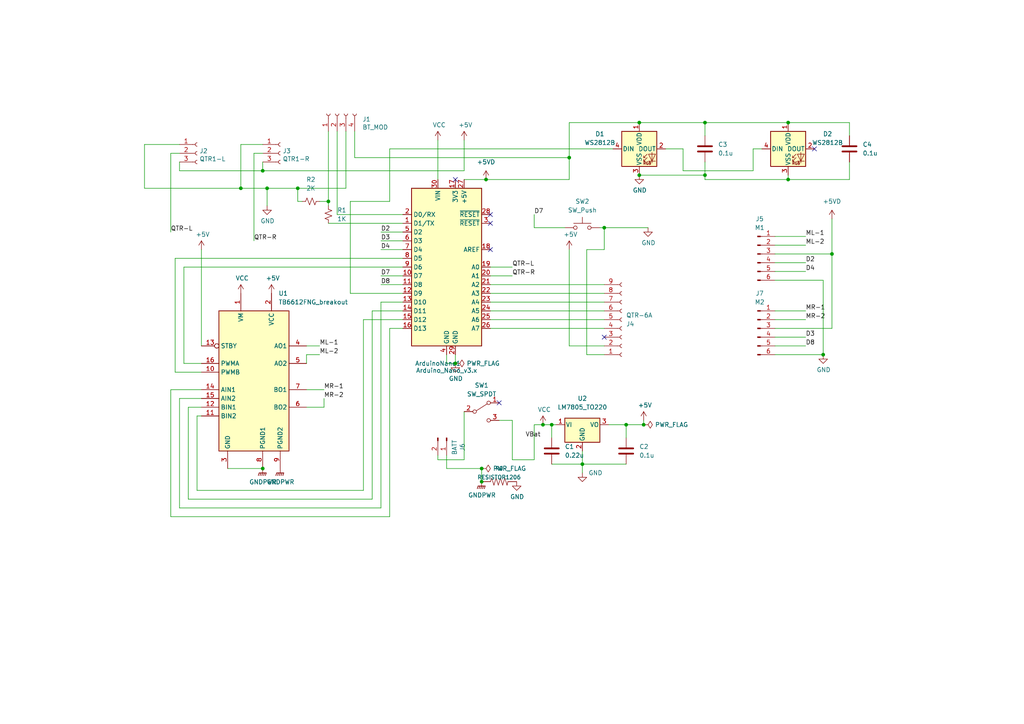
<source format=kicad_sch>
(kicad_sch (version 20211123) (generator eeschema)
  (paper "A4")
  (title_block (title "UsainBot") (date "2022-03-03") (rev "Gonzalo") (company "FabLab U. de Chile"))
  (lib_symbols
    (symbol "Connector:Conn_01x06_Male" (pin_names (offset 1.016) hide)
      (property "Reference" "J" (at 0 7.62 0))
      (property "Value" "Conn_01x06_Male" (at 0 -10.16 0))
      (symbol "Conn_01x06_Male_1_1"
        (polyline (pts (xy 1.27 -7.62) (xy 0.8636 -7.62)) (stroke (width 0.1524)))
        (polyline (pts (xy 1.27 -5.08) (xy 0.8636 -5.08)) (stroke (width 0.1524)))
        (polyline (pts (xy 1.27 -2.54) (xy 0.8636 -2.54)) (stroke (width 0.1524)))
        (polyline (pts (xy 1.27 0) (xy 0.8636 0)) (stroke (width 0.1524)))
        (polyline (pts (xy 1.27 2.54) (xy 0.8636 2.54)) (stroke (width 0.1524)))
        (polyline (pts (xy 1.27 5.08) (xy 0.8636 5.08)) (stroke (width 0.1524)))
        (rectangle (start 0.8636 -7.493) (end 0 -7.747) (stroke (width 0.1524)) (fill (type outline)))
        (rectangle (start 0.8636 -4.953) (end 0 -5.207) (stroke (width 0.1524)) (fill (type outline)))
        (rectangle (start 0.8636 -2.413) (end 0 -2.667) (stroke (width 0.1524)) (fill (type outline)))
        (rectangle (start 0.8636 0.127) (end 0 -0.127) (stroke (width 0.1524)) (fill (type outline)))
        (rectangle (start 0.8636 2.667) (end 0 2.413) (stroke (width 0.1524)) (fill (type outline)))
        (rectangle (start 0.8636 5.207) (end 0 4.953) (stroke (width 0.1524)) (fill (type outline)))
        (pin passive line (at 5.08 5.08 180) (length 3.81) (name "Pin_1") (number "1"))
        (pin passive line (at 5.08 2.54 180) (length 3.81) (name "Pin_2") (number "2"))
        (pin passive line (at 5.08 0 180) (length 3.81) (name "Pin_3") (number "3"))
        (pin passive line (at 5.08 -2.54 180) (length 3.81) (name "Pin_4") (number "4"))
        (pin passive line (at 5.08 -5.08 180) (length 3.81) (name "Pin_5") (number "5"))
        (pin passive line (at 5.08 -7.62 180) (length 3.81) (name "Pin_6") (number "6"))
      )
    )
    (symbol "Connector:Conn_01x09_Female" (pin_names (offset 1.016) hide)
      (property "Reference" "J" (at 0 12.7 0))
      (property "Value" "Conn_01x09_Female" (at 0 -12.7 0))
      (symbol "Conn_01x09_Female_1_1"
        (arc (start 0 -9.652) (mid -0.508 -10.16) (end 0 -10.668) (stroke (width 0.1524)))
        (arc (start 0 -7.112) (mid -0.508 -7.62) (end 0 -8.128) (stroke (width 0.1524)))
        (arc (start 0 -4.572) (mid -0.508 -5.08) (end 0 -5.588) (stroke (width 0.1524)))
        (arc (start 0 -2.032) (mid -0.508 -2.54) (end 0 -3.048) (stroke (width 0.1524)))
        (polyline (pts (xy -1.27 -10.16) (xy -0.508 -10.16)) (stroke (width 0.1524)))
        (polyline (pts (xy -1.27 -7.62) (xy -0.508 -7.62)) (stroke (width 0.1524)))
        (polyline (pts (xy -1.27 -5.08) (xy -0.508 -5.08)) (stroke (width 0.1524)))
        (polyline (pts (xy -1.27 -2.54) (xy -0.508 -2.54)) (stroke (width 0.1524)))
        (polyline (pts (xy -1.27 0) (xy -0.508 0)) (stroke (width 0.1524)))
        (polyline (pts (xy -1.27 2.54) (xy -0.508 2.54)) (stroke (width 0.1524)))
        (polyline (pts (xy -1.27 5.08) (xy -0.508 5.08)) (stroke (width 0.1524)))
        (polyline (pts (xy -1.27 7.62) (xy -0.508 7.62)) (stroke (width 0.1524)))
        (polyline (pts (xy -1.27 10.16) (xy -0.508 10.16)) (stroke (width 0.1524)))
        (arc (start 0 0.508) (mid -0.508 0) (end 0 -0.508) (stroke (width 0.1524)))
        (arc (start 0 3.048) (mid -0.508 2.54) (end 0 2.032) (stroke (width 0.1524)))
        (arc (start 0 5.588) (mid -0.508 5.08) (end 0 4.572) (stroke (width 0.1524)))
        (arc (start 0 8.128) (mid -0.508 7.62) (end 0 7.112) (stroke (width 0.1524)))
        (arc (start 0 10.668) (mid -0.508 10.16) (end 0 9.652) (stroke (width 0.1524)))
        (pin passive line (at -5.08 10.16 0) (length 3.81) (name "Pin_1") (number "1"))
        (pin passive line (at -5.08 7.62 0) (length 3.81) (name "Pin_2") (number "2"))
        (pin passive line (at -5.08 5.08 0) (length 3.81) (name "Pin_3") (number "3"))
        (pin passive line (at -5.08 2.54 0) (length 3.81) (name "Pin_4") (number "4"))
        (pin passive line (at -5.08 0 0) (length 3.81) (name "Pin_5") (number "5"))
        (pin passive line (at -5.08 -2.54 0) (length 3.81) (name "Pin_6") (number "6"))
        (pin passive line (at -5.08 -5.08 0) (length 3.81) (name "Pin_7") (number "7"))
        (pin passive line (at -5.08 -7.62 0) (length 3.81) (name "Pin_8") (number "8"))
        (pin passive line (at -5.08 -10.16 0) (length 3.81) (name "Pin_9") (number "9"))
      )
    )
    (symbol "Device:C" (pin_numbers hide) (pin_names (offset 0.254))
      (property "Reference" "C" (at 0.635 2.54 0))
      (property "Value" "C" (at 0.635 -2.54 0))
      (symbol "C_0_1"
        (polyline (pts (xy -2.032 -0.762) (xy 2.032 -0.762)) (stroke (width 0.508)))
        (polyline (pts (xy -2.032 0.762) (xy 2.032 0.762)) (stroke (width 0.508)))
      )
      (symbol "C_1_1"
        (pin passive line (at 0 3.81 270) (length 2.794) (name "~") (number "1"))
        (pin passive line (at 0 -3.81 90) (length 2.794) (name "~") (number "2"))
      )
    )
    (symbol "Device:R_Small_US" (pin_numbers hide) (pin_names (offset 0.254) hide)
      (property "Reference" "R" (at 0.762 0.508 0))
      (property "Value" "R_Small_US" (at 0.762 -1.016 0))
      (symbol "R_Small_US_1_1"
        (polyline (pts (xy 0 0) (xy 1.016 -0.381) (xy 0 -0.762) (xy -1.016 -1.143) (xy 0 -1.524)))
        (polyline (pts (xy 0 1.524) (xy 1.016 1.143) (xy 0 0.762) (xy -1.016 0.381) (xy 0 0)))
        (pin passive line (at 0 2.54 270) (length 1.016) (name "~") (number "1"))
        (pin passive line (at 0 -2.54 90) (length 1.016) (name "~") (number "2"))
      )
    )
    (symbol "LED:WS2812B" (pin_names (offset 0.254))
      (property "Reference" "D" (at 5.08 5.715 0))
      (property "Value" "WS2812B" (at 1.27 -5.715 0))
      (symbol "WS2812B_0_0"
        (text "RGB" (at 2.286 -4.191 0) (effects (font (size 0.762 0.762))))
      )
      (symbol "WS2812B_0_1"
        (polyline (pts (xy 1.27 -3.556) (xy 1.778 -3.556)))
        (polyline (pts (xy 1.27 -2.54) (xy 1.778 -2.54)))
        (polyline (pts (xy 4.699 -3.556) (xy 2.667 -3.556)))
        (polyline (pts (xy 2.286 -2.54) (xy 1.27 -3.556) (xy 1.27 -3.048)))
        (polyline (pts (xy 2.286 -1.524) (xy 1.27 -2.54) (xy 1.27 -2.032)))
        (polyline (pts (xy 3.683 -1.016) (xy 3.683 -3.556) (xy 3.683 -4.064)))
        (polyline (pts (xy 4.699 -1.524) (xy 2.667 -1.524) (xy 3.683 -3.556) (xy 4.699 -1.524)))
        (rectangle (start 5.08 5.08) (end -5.08 -5.08) (stroke (width 0.254)) (fill (type background)))
      )
      (symbol "WS2812B_1_1"
        (pin power_in line (at 0 7.62 270) (length 2.54) (name "VDD") (number "1"))
        (pin output line (at 7.62 0 180) (length 2.54) (name "DOUT") (number "2"))
        (pin power_in line (at 0 -7.62 90) (length 2.54) (name "VSS") (number "3"))
        (pin input line (at -7.62 0 0) (length 2.54) (name "DIN") (number "4"))
      )
    )
    (symbol "Regulator_Linear:LM7805_TO220" (pin_names (offset 0.254))
      (property "Reference" "U" (at -3.81 3.175 0))
      (property "Value" "LM7805_TO220" (at 0 3.175 0))
      (symbol "LM7805_TO220_0_1"
        (rectangle (start -5.08 1.905) (end 5.08 -5.08) (stroke (width 0.254)) (fill (type background)))
      )
      (symbol "LM7805_TO220_1_1"
        (pin power_in line (at -7.62 0 0) (length 2.54) (name "VI") (number "1"))
        (pin power_in line (at 0 -7.62 90) (length 2.54) (name "GND") (number "2"))
        (pin power_out line (at 7.62 0 180) (length 2.54) (name "VO") (number "3"))
      )
    )
    (symbol "Switch:SW_Push" (pin_numbers hide) (pin_names (offset 1.016) hide)
      (property "Reference" "SW" (at 1.27 2.54 0))
      (property "Value" "SW_Push" (at 0 -1.524 0))
      (symbol "SW_Push_0_1"
        (circle (center -2.032 0) (radius 0.508))
        (polyline (pts (xy 0 1.27) (xy 0 3.048)))
        (polyline (pts (xy 2.54 1.27) (xy -2.54 1.27)))
        (circle (center 2.032 0) (radius 0.508))
        (pin passive line (at -5.08 0 0) (length 2.54) (name "1") (number "1"))
        (pin passive line (at 5.08 0 180) (length 2.54) (name "2") (number "2"))
      )
    )
    (symbol "Switch:SW_SPDT" (pin_names (offset 0) hide)
      (property "Reference" "SW" (at 0 4.318 0))
      (property "Value" "SW_SPDT" (at 0 -5.08 0))
      (symbol "SW_SPDT_0_0"
        (circle (center -2.032 0) (radius 0.508))
        (circle (center 2.032 -2.54) (radius 0.508))
      )
      (symbol "SW_SPDT_0_1"
        (polyline (pts (xy -1.524 0.254) (xy 1.651 2.286)))
        (circle (center 2.032 2.54) (radius 0.508))
      )
      (symbol "SW_SPDT_1_1"
        (pin passive line (at 5.08 2.54 180) (length 2.54) (name "A") (number "1"))
        (pin passive line (at -5.08 0 0) (length 2.54) (name "B") (number "2"))
        (pin passive line (at 5.08 -2.54 180) (length 2.54) (name "C") (number "3"))
      )
    )
    (symbol "power:+5VD" (power) (pin_names (offset 0))
      (property "Value" "+5VD" (at 0 3.556 0))
      (symbol "+5VD_0_1"
        (polyline (pts (xy -0.762 1.27) (xy 0 2.54)))
        (polyline (pts (xy 0 0) (xy 0 2.54)))
        (polyline (pts (xy 0 2.54) (xy 0.762 1.27)))
      )
      (symbol "+5VD_1_1"
        (pin power_in line (at 0 0 90) (length 0) hide (name "+5VD") (number "1"))
      )
    )
    (symbol "usainbot2-rescue:+5V-power" (power) (pin_names (offset 0))
      (property "Value" "+5V-power" (at 0 3.556 0))
      (symbol "+5V-power_0_1"
        (polyline (pts (xy -0.762 1.27) (xy 0 2.54)))
        (polyline (pts (xy 0 0) (xy 0 2.54)))
        (polyline (pts (xy 0 2.54) (xy 0.762 1.27)))
      )
      (symbol "+5V-power_1_1"
        (pin power_in line (at 0 0 90) (length 0) hide (name "+5V") (number "1"))
      )
    )
    (symbol "usainbot2-rescue:Arduino_Nano_v3.x-MCU_Module"
      (property "Reference" "A" (at -10.16 23.495 0))
      (property "Value" "Arduino_Nano_v3.x-MCU_Module" (at 5.08 -24.13 0))
      (symbol "Arduino_Nano_v3.x-MCU_Module_0_1"
        (rectangle (start -10.16 22.86) (end 10.16 -22.86) (stroke (width 0.254)) (fill (type background)))
      )
      (symbol "Arduino_Nano_v3.x-MCU_Module_1_1"
        (pin bidirectional line (at -12.7 12.7 0) (length 2.54) (name "D1/TX") (number "1"))
        (pin bidirectional line (at -12.7 -2.54 0) (length 2.54) (name "D7") (number "10"))
        (pin bidirectional line (at -12.7 -5.08 0) (length 2.54) (name "D8") (number "11"))
        (pin bidirectional line (at -12.7 -7.62 0) (length 2.54) (name "D9") (number "12"))
        (pin bidirectional line (at -12.7 -10.16 0) (length 2.54) (name "D10") (number "13"))
        (pin bidirectional line (at -12.7 -12.7 0) (length 2.54) (name "D11") (number "14"))
        (pin bidirectional line (at -12.7 -15.24 0) (length 2.54) (name "D12") (number "15"))
        (pin bidirectional line (at -12.7 -17.78 0) (length 2.54) (name "D13") (number "16"))
        (pin power_out line (at 2.54 25.4 270) (length 2.54) (name "3V3") (number "17"))
        (pin input line (at 12.7 5.08 180) (length 2.54) (name "AREF") (number "18"))
        (pin bidirectional line (at 12.7 0 180) (length 2.54) (name "A0") (number "19"))
        (pin bidirectional line (at -12.7 15.24 0) (length 2.54) (name "D0/RX") (number "2"))
        (pin bidirectional line (at 12.7 -2.54 180) (length 2.54) (name "A1") (number "20"))
        (pin bidirectional line (at 12.7 -5.08 180) (length 2.54) (name "A2") (number "21"))
        (pin bidirectional line (at 12.7 -7.62 180) (length 2.54) (name "A3") (number "22"))
        (pin bidirectional line (at 12.7 -10.16 180) (length 2.54) (name "A4") (number "23"))
        (pin bidirectional line (at 12.7 -12.7 180) (length 2.54) (name "A5") (number "24"))
        (pin bidirectional line (at 12.7 -15.24 180) (length 2.54) (name "A6") (number "25"))
        (pin bidirectional line (at 12.7 -17.78 180) (length 2.54) (name "A7") (number "26"))
        (pin power_out line (at 5.08 25.4 270) (length 2.54) (name "+5V") (number "27"))
        (pin input line (at 12.7 15.24 180) (length 2.54) (name "~{RESET}") (number "28"))
        (pin power_in line (at 2.54 -25.4 90) (length 2.54) (name "GND") (number "29"))
        (pin input line (at 12.7 12.7 180) (length 2.54) (name "~{RESET}") (number "3"))
        (pin power_in line (at -2.54 25.4 270) (length 2.54) (name "VIN") (number "30"))
        (pin power_in line (at 0 -25.4 90) (length 2.54) (name "GND") (number "4"))
        (pin bidirectional line (at -12.7 10.16 0) (length 2.54) (name "D2") (number "5"))
        (pin bidirectional line (at -12.7 7.62 0) (length 2.54) (name "D3") (number "6"))
        (pin bidirectional line (at -12.7 5.08 0) (length 2.54) (name "D4") (number "7"))
        (pin bidirectional line (at -12.7 2.54 0) (length 2.54) (name "D5") (number "8"))
        (pin bidirectional line (at -12.7 0 0) (length 2.54) (name "D6") (number "9"))
      )
    )
    (symbol "usainbot2-rescue:Conn_01x02_Male-Connector" (pin_names (offset 1.016) hide)
      (property "Reference" "J" (at 0 2.54 0))
      (property "Value" "Conn_01x02_Male-Connector" (at 0 -5.08 0))
      (symbol "Conn_01x02_Male-Connector_1_1"
        (polyline (pts (xy 1.27 -2.54) (xy 0.8636 -2.54)) (stroke (width 0.1524)))
        (polyline (pts (xy 1.27 0) (xy 0.8636 0)) (stroke (width 0.1524)))
        (rectangle (start 0.8636 -2.413) (end 0 -2.667) (stroke (width 0.1524)) (fill (type outline)))
        (rectangle (start 0.8636 0.127) (end 0 -0.127) (stroke (width 0.1524)) (fill (type outline)))
        (pin passive line (at 5.08 0 180) (length 3.81) (name "Pin_1") (number "1"))
        (pin passive line (at 5.08 -2.54 180) (length 3.81) (name "Pin_2") (number "2"))
      )
    )
    (symbol "usainbot2-rescue:Conn_01x03_Female-Connector" (pin_names (offset 1.016) hide)
      (property "Reference" "J" (at 0 5.08 0))
      (property "Value" "Conn_01x03_Female-Connector" (at 0 -5.08 0))
      (symbol "Conn_01x03_Female-Connector_1_1"
        (arc (start 0 -2.032) (mid -0.508 -2.54) (end 0 -3.048) (stroke (width 0.1524)))
        (polyline (pts (xy -1.27 -2.54) (xy -0.508 -2.54)) (stroke (width 0.1524)))
        (polyline (pts (xy -1.27 0) (xy -0.508 0)) (stroke (width 0.1524)))
        (polyline (pts (xy -1.27 2.54) (xy -0.508 2.54)) (stroke (width 0.1524)))
        (arc (start 0 0.508) (mid -0.508 0) (end 0 -0.508) (stroke (width 0.1524)))
        (arc (start 0 3.048) (mid -0.508 2.54) (end 0 2.032) (stroke (width 0.1524)))
        (pin passive line (at -5.08 2.54 0) (length 3.81) (name "Pin_1") (number "1"))
        (pin passive line (at -5.08 0 0) (length 3.81) (name "Pin_2") (number "2"))
        (pin passive line (at -5.08 -2.54 0) (length 3.81) (name "Pin_3") (number "3"))
      )
    )
    (symbol "usainbot2-rescue:Conn_01x04_Female-Connector" (pin_names (offset 1.016) hide)
      (property "Reference" "J" (at 0 5.08 0))
      (property "Value" "Conn_01x04_Female-Connector" (at 0 -7.62 0))
      (symbol "Conn_01x04_Female-Connector_1_1"
        (arc (start 0 -4.572) (mid -0.508 -5.08) (end 0 -5.588) (stroke (width 0.1524)))
        (arc (start 0 -2.032) (mid -0.508 -2.54) (end 0 -3.048) (stroke (width 0.1524)))
        (polyline (pts (xy -1.27 -5.08) (xy -0.508 -5.08)) (stroke (width 0.1524)))
        (polyline (pts (xy -1.27 -2.54) (xy -0.508 -2.54)) (stroke (width 0.1524)))
        (polyline (pts (xy -1.27 0) (xy -0.508 0)) (stroke (width 0.1524)))
        (polyline (pts (xy -1.27 2.54) (xy -0.508 2.54)) (stroke (width 0.1524)))
        (arc (start 0 0.508) (mid -0.508 0) (end 0 -0.508) (stroke (width 0.1524)))
        (arc (start 0 3.048) (mid -0.508 2.54) (end 0 2.032) (stroke (width 0.1524)))
        (pin passive line (at -5.08 2.54 0) (length 3.81) (name "Pin_1") (number "1"))
        (pin passive line (at -5.08 0 0) (length 3.81) (name "Pin_2") (number "2"))
        (pin passive line (at -5.08 -2.54 0) (length 3.81) (name "Pin_3") (number "3"))
        (pin passive line (at -5.08 -5.08 0) (length 3.81) (name "Pin_4") (number "4"))
      )
    )
    (symbol "usainbot2-rescue:GND-power" (power) (pin_names (offset 0))
      (property "Value" "GND-power" (at 0 -3.81 0))
      (symbol "GND-power_0_1"
        (polyline (pts (xy 0 0) (xy 0 -1.27) (xy 1.27 -1.27) (xy 0 -2.54) (xy -1.27 -1.27) (xy 0 -1.27)))
      )
      (symbol "GND-power_1_1"
        (pin power_in line (at 0 0 270) (length 0) hide (name "GND") (number "1"))
      )
    )
    (symbol "usainbot2-rescue:GNDPWR-power" (power) (pin_names (offset 0))
      (property "Value" "GNDPWR-power" (at 0 -3.302 0))
      (symbol "GNDPWR-power_0_1"
        (polyline (pts (xy 0 -1.27) (xy 0 0)))
        (polyline (pts (xy -1.016 -1.27) (xy -1.27 -2.032) (xy -1.27 -2.032)) (stroke (width 0.2032)))
        (polyline (pts (xy -0.508 -1.27) (xy -0.762 -2.032) (xy -0.762 -2.032)) (stroke (width 0.2032)))
        (polyline (pts (xy 0 -1.27) (xy -0.254 -2.032) (xy -0.254 -2.032)) (stroke (width 0.2032)))
        (polyline (pts (xy 0.508 -1.27) (xy 0.254 -2.032) (xy 0.254 -2.032)) (stroke (width 0.2032)))
        (polyline (pts (xy 1.016 -1.27) (xy -1.016 -1.27) (xy -1.016 -1.27)) (stroke (width 0.2032)))
        (polyline (pts (xy 1.016 -1.27) (xy 0.762 -2.032) (xy 0.762 -2.032) (xy 0.762 -2.032)) (stroke (width 0.2032)))
      )
      (symbol "GNDPWR-power_1_1"
        (pin power_in line (at 0 0 270) (length 0) hide (name "GNDPWR") (number "1"))
      )
    )
    (symbol "usainbot2-rescue:PWR_FLAG-power" (power) (pin_numbers hide) (pin_names (offset 0) hide)
      (property "Value" "PWR_FLAG-power" (at 0 3.81 0))
      (symbol "PWR_FLAG-power_0_0"
        (pin power_out line (at 0 0 90) (length 0) (name "pwr") (number "1"))
      )
      (symbol "PWR_FLAG-power_0_1"
        (polyline (pts (xy 0 0) (xy 0 1.27) (xy -1.016 1.905) (xy 0 2.54) (xy 1.016 1.905) (xy 0 1.27)))
      )
    )
    (symbol "usainbot2-rescue:RESISTOR1206-SparkFun-Resistors" (pin_numbers hide) (pin_names (offset 1.016) hide)
      (property "Reference" "R" (at -5.08 1.27 0))
      (property "Value" "RESISTOR1206-SparkFun-Resistors" (at -5.08 -3.81 0))
      (property "Field4" " " (at 0 5.08 0))
      (symbol "RESISTOR1206-SparkFun-Resistors_1_0"
        (polyline (pts (xy -2.54 0) (xy -2.159 1.016)))
        (polyline (pts (xy -2.159 1.016) (xy -1.524 -1.016)))
        (polyline (pts (xy -1.524 -1.016) (xy -0.889 1.016)))
        (polyline (pts (xy -0.889 1.016) (xy -0.254 -1.016)))
        (polyline (pts (xy -0.254 -1.016) (xy 0.381 1.016)))
        (polyline (pts (xy 0.381 1.016) (xy 1.016 -1.016)))
        (polyline (pts (xy 1.016 -1.016) (xy 1.651 1.016)))
        (polyline (pts (xy 1.651 1.016) (xy 2.286 -1.016)))
        (polyline (pts (xy 2.286 -1.016) (xy 2.54 0)))
      )
      (symbol "RESISTOR1206-SparkFun-Resistors_1_1"
        (pin passive line (at -5.08 0 0) (length 2.54) (name "1") (number "1"))
        (pin passive line (at 5.08 0 180) (length 2.54) (name "2") (number "2"))
      )
    )
    (symbol "usainbot2-rescue:VCC-power" (power) (pin_names (offset 0))
      (property "Value" "VCC-power" (at 0 3.81 0))
      (symbol "VCC-power_0_1"
        (polyline (pts (xy -0.762 1.27) (xy 0 2.54)))
        (polyline (pts (xy 0 0) (xy 0 2.54)))
        (polyline (pts (xy 0 2.54) (xy 0.762 1.27)))
      )
      (symbol "VCC-power_1_1"
        (pin power_in line (at 0 0 90) (length 0) hide (name "VCC") (number "1"))
      )
    )
    (symbol "usainbot:TB6612FNG_breakout"
      (property "Reference" "U" (at 3.81 40.64 0))
      (property "Value" "TB6612FNG_breakout" (at -1.27 -38.1 0))
      (symbol "TB6612FNG_breakout_0_1"
        (rectangle (start -10.16 21.59) (end 10.16 -19.05) (stroke (width 0.254)) (fill (type background)))
      )
      (symbol "TB6612FNG_breakout_1_1"
        (pin power_in line (at -3.81 26.67 270) (length 5.08) (name "VM") (number "1"))
        (pin input line (at -15.24 3.81 0) (length 5.08) (name "PWMB") (number "10"))
        (pin input line (at -15.24 -8.89 0) (length 5.08) (name "BIN2") (number "11"))
        (pin input line (at -15.24 -6.35 0) (length 5.08) (name "BIN1") (number "12"))
        (pin input inverted (at -15.24 11.43 0) (length 5.08) (name "STBY") (number "13"))
        (pin input line (at -15.24 -1.27 0) (length 5.08) (name "AIN1") (number "14"))
        (pin input line (at -15.24 -3.81 0) (length 5.08) (name "AIN2") (number "15"))
        (pin input line (at -15.24 6.35 0) (length 5.08) (name "PWMA") (number "16"))
        (pin power_in line (at 5.08 26.67 270) (length 5.08) (name "VCC") (number "2"))
        (pin power_in line (at -7.62 -24.13 90) (length 5.08) (name "GND") (number "3"))
        (pin output line (at 15.24 11.43 180) (length 5.08) (name "AO1") (number "4"))
        (pin output line (at 15.24 6.35 180) (length 5.08) (name "AO2") (number "5"))
        (pin output line (at 15.24 -6.35 180) (length 5.08) (name "BO2") (number "6"))
        (pin output line (at 15.24 -1.27 180) (length 5.08) (name "BO1") (number "7"))
        (pin power_in line (at 2.54 -24.13 90) (length 5.08) (name "PGND1") (number "8"))
        (pin power_in line (at 7.62 -24.13 90) (length 5.08) (name "PGND2") (number "9"))
      )
    )
  )
  (junction (at 139.7 139.7))
  (junction (at 228.6 52.07))
  (junction (at 168.91 134.62))
  (junction (at 165.1 45.72))
  (junction (at 76.2 49.53))
  (junction (at 181.61 123.19))
  (junction (at 241.3 73.66))
  (junction (at 76.2 135.89))
  (junction (at 186.69 123.19))
  (junction (at 139.7 135.89))
  (junction (at 140.97 52.07))
  (junction (at 160.02 123.19))
  (junction (at 132.08 105.41))
  (junction (at 157.48 123.19))
  (junction (at 204.47 35.56))
  (junction (at 69.85 54.61))
  (junction (at 175.26 66.04))
  (junction (at 204.47 50.8))
  (junction (at 77.47 54.61))
  (junction (at 228.6 35.56))
  (junction (at 185.42 35.56))
  (junction (at 86.36 54.61))
  (junction (at 185.42 50.8))
  (junction (at 238.76 102.87))
  (junction (at 95.25 58.42))
  (no_connect (at 144.78 116.84))
  (no_connect (at 142.24 72.39))
  (no_connect (at 175.26 97.79))
  (no_connect (at 142.24 62.23))
  (no_connect (at 142.24 64.77))
  (no_connect (at 132.08 52.07))
  (no_connect (at 236.22 43.18))
  (wire (pts (xy 100.33 38.1) (xy 100.33 54.61)))
  (wire (pts (xy 49.53 44.45) (xy 49.53 67.31)))
  (wire (pts (xy 50.8 74.93) (xy 116.84 74.93)))
  (wire (pts (xy 86.36 58.42) (xy 86.36 54.61)))
  (wire (pts (xy 86.36 54.61) (xy 100.33 54.61)))
  (wire (pts (xy 163.83 66.04) (xy 154.94 66.04)))
  (wire (pts (xy 134.62 52.07) (xy 140.97 52.07)))
  (wire (pts (xy 49.53 149.86) (xy 113.03 149.86)))
  (wire (pts (xy 148.59 121.92) (xy 148.59 133.35)))
  (wire (pts (xy 93.98 113.03) (xy 88.9 113.03)))
  (wire (pts (xy 52.07 115.57) (xy 58.42 115.57)))
  (wire (pts (xy 57.15 142.24) (xy 105.41 142.24)))
  (wire (pts (xy 181.61 123.19) (xy 181.61 127)))
  (wire (pts (xy 132.08 105.41) (xy 129.54 105.41)))
  (wire (pts (xy 69.85 54.61) (xy 77.47 54.61)))
  (wire (pts (xy 193.04 43.18) (xy 198.12 43.18)))
  (wire (pts (xy 142.24 95.25) (xy 175.26 95.25)))
  (wire (pts (xy 52.07 41.91) (xy 41.91 41.91)))
  (wire (pts (xy 168.91 130.81) (xy 168.91 134.62)))
  (wire (pts (xy 224.79 92.71) (xy 233.68 92.71)))
  (wire (pts (xy 224.79 81.28) (xy 238.76 81.28)))
  (wire (pts (xy 185.42 50.8) (xy 204.47 50.8)))
  (wire (pts (xy 175.26 66.04) (xy 187.96 66.04)))
  (wire (pts (xy 52.07 49.53) (xy 76.2 49.53)))
  (wire (pts (xy 165.1 45.72) (xy 165.1 35.56)))
  (wire (pts (xy 224.79 95.25) (xy 241.3 95.25)))
  (wire (pts (xy 204.47 35.56) (xy 204.47 39.37)))
  (wire (pts (xy 101.6 85.09) (xy 101.6 58.42)))
  (wire (pts (xy 246.38 35.56) (xy 246.38 39.37)))
  (wire (pts (xy 176.53 123.19) (xy 181.61 123.19)))
  (wire (pts (xy 77.47 54.61) (xy 86.36 54.61)))
  (wire (pts (xy 224.79 100.33) (xy 233.68 100.33)))
  (wire (pts (xy 41.91 41.91) (xy 41.91 54.61)))
  (wire (pts (xy 129.54 105.41) (xy 129.54 102.87)))
  (wire (pts (xy 76.2 46.99) (xy 76.2 49.53)))
  (wire (pts (xy 69.85 41.91) (xy 69.85 54.61)))
  (wire (pts (xy 66.04 135.89) (xy 76.2 135.89)))
  (wire (pts (xy 73.66 44.45) (xy 73.66 69.85)))
  (wire (pts (xy 168.91 134.62) (xy 168.91 137.16)))
  (wire (pts (xy 185.42 35.56) (xy 204.47 35.56)))
  (wire (pts (xy 175.26 102.87) (xy 170.18 102.87)))
  (wire (pts (xy 224.79 71.12) (xy 233.68 71.12)))
  (wire (pts (xy 198.12 49.53) (xy 218.44 49.53)))
  (wire (pts (xy 105.41 142.24) (xy 105.41 92.71)))
  (wire (pts (xy 175.26 66.04) (xy 175.26 72.39)))
  (wire (pts (xy 204.47 50.8) (xy 204.47 46.99)))
  (wire (pts (xy 142.24 77.47) (xy 148.59 77.47)))
  (wire (pts (xy 154.94 123.19) (xy 154.94 133.35)))
  (wire (pts (xy 224.79 78.74) (xy 233.68 78.74)))
  (wire (pts (xy 157.48 123.19) (xy 160.02 123.19)))
  (wire (pts (xy 142.24 82.55) (xy 175.26 82.55)))
  (wire (pts (xy 110.49 82.55) (xy 116.84 82.55)))
  (wire (pts (xy 238.76 102.87) (xy 224.79 102.87)))
  (wire (pts (xy 186.69 121.92) (xy 186.69 123.19)))
  (wire (pts (xy 238.76 81.28) (xy 238.76 102.87)))
  (wire (pts (xy 95.25 64.77) (xy 116.84 64.77)))
  (wire (pts (xy 160.02 134.62) (xy 168.91 134.62)))
  (wire (pts (xy 218.44 49.53) (xy 218.44 43.18)))
  (wire (pts (xy 77.47 54.61) (xy 77.47 59.69)))
  (wire (pts (xy 110.49 87.63) (xy 110.49 147.32)))
  (wire (pts (xy 228.6 52.07) (xy 228.6 50.8)))
  (wire (pts (xy 87.63 58.42) (xy 86.36 58.42)))
  (wire (pts (xy 165.1 72.39) (xy 165.1 100.33)))
  (wire (pts (xy 58.42 100.33) (xy 58.42 72.39)))
  (wire (pts (xy 134.62 40.64) (xy 134.62 49.53)))
  (wire (pts (xy 165.1 52.07) (xy 165.1 45.72)))
  (wire (pts (xy 110.49 80.01) (xy 116.84 80.01)))
  (wire (pts (xy 97.79 62.23) (xy 116.84 62.23)))
  (wire (pts (xy 218.44 43.18) (xy 220.98 43.18)))
  (wire (pts (xy 58.42 113.03) (xy 49.53 113.03)))
  (wire (pts (xy 142.24 90.17) (xy 175.26 90.17)))
  (wire (pts (xy 41.91 54.61) (xy 69.85 54.61)))
  (wire (pts (xy 52.07 147.32) (xy 52.07 115.57)))
  (wire (pts (xy 54.61 144.78) (xy 107.95 144.78)))
  (wire (pts (xy 76.2 44.45) (xy 73.66 44.45)))
  (wire (pts (xy 241.3 73.66) (xy 241.3 95.25)))
  (wire (pts (xy 173.99 66.04) (xy 175.26 66.04)))
  (wire (pts (xy 142.24 92.71) (xy 175.26 92.71)))
  (wire (pts (xy 113.03 58.42) (xy 113.03 43.18)))
  (wire (pts (xy 181.61 123.19) (xy 186.69 123.19)))
  (wire (pts (xy 88.9 118.11) (xy 93.98 118.11)))
  (wire (pts (xy 92.71 102.87) (xy 88.9 102.87)))
  (wire (pts (xy 110.49 72.39) (xy 116.84 72.39)))
  (wire (pts (xy 175.26 72.39) (xy 170.18 72.39)))
  (wire (pts (xy 241.3 63.5) (xy 241.3 73.66)))
  (wire (pts (xy 154.94 66.04) (xy 154.94 62.23)))
  (wire (pts (xy 53.34 77.47) (xy 116.84 77.47)))
  (wire (pts (xy 76.2 41.91) (xy 69.85 41.91)))
  (wire (pts (xy 76.2 49.53) (xy 134.62 49.53)))
  (wire (pts (xy 139.7 135.89) (xy 139.7 139.7)))
  (wire (pts (xy 110.49 69.85) (xy 116.84 69.85)))
  (wire (pts (xy 113.03 149.86) (xy 113.03 95.25)))
  (wire (pts (xy 154.94 123.19) (xy 157.48 123.19)))
  (wire (pts (xy 160.02 123.19) (xy 160.02 127)))
  (wire (pts (xy 134.62 119.38) (xy 134.62 133.35)))
  (wire (pts (xy 198.12 43.18) (xy 198.12 49.53)))
  (wire (pts (xy 58.42 120.65) (xy 57.15 120.65)))
  (wire (pts (xy 58.42 107.95) (xy 50.8 107.95)))
  (wire (pts (xy 224.79 76.2) (xy 233.68 76.2)))
  (wire (pts (xy 50.8 74.93) (xy 50.8 107.95)))
  (wire (pts (xy 101.6 58.42) (xy 113.03 58.42)))
  (wire (pts (xy 224.79 68.58) (xy 233.68 68.58)))
  (wire (pts (xy 127 133.35) (xy 134.62 133.35)))
  (wire (pts (xy 49.53 113.03) (xy 49.53 149.86)))
  (wire (pts (xy 105.41 92.71) (xy 116.84 92.71)))
  (wire (pts (xy 113.03 95.25) (xy 116.84 95.25)))
  (wire (pts (xy 144.78 121.92) (xy 148.59 121.92)))
  (wire (pts (xy 110.49 147.32) (xy 52.07 147.32)))
  (wire (pts (xy 204.47 52.07) (xy 204.47 50.8)))
  (wire (pts (xy 142.24 87.63) (xy 175.26 87.63)))
  (wire (pts (xy 52.07 44.45) (xy 49.53 44.45)))
  (wire (pts (xy 101.6 85.09) (xy 116.84 85.09)))
  (wire (pts (xy 102.87 38.1) (xy 102.87 45.72)))
  (wire (pts (xy 127 40.64) (xy 127 52.07)))
  (wire (pts (xy 53.34 105.41) (xy 58.42 105.41)))
  (wire (pts (xy 92.71 58.42) (xy 95.25 58.42)))
  (wire (pts (xy 170.18 102.87) (xy 170.18 72.39)))
  (wire (pts (xy 53.34 77.47) (xy 53.34 105.41)))
  (wire (pts (xy 246.38 46.99) (xy 246.38 52.07)))
  (wire (pts (xy 107.95 90.17) (xy 116.84 90.17)))
  (wire (pts (xy 224.79 73.66) (xy 241.3 73.66)))
  (wire (pts (xy 95.25 58.42) (xy 95.25 59.69)))
  (wire (pts (xy 110.49 87.63) (xy 116.84 87.63)))
  (wire (pts (xy 127 133.35) (xy 127 132.08)))
  (wire (pts (xy 224.79 90.17) (xy 233.68 90.17)))
  (wire (pts (xy 113.03 43.18) (xy 177.8 43.18)))
  (wire (pts (xy 129.54 135.89) (xy 139.7 135.89)))
  (wire (pts (xy 168.91 134.62) (xy 181.61 134.62)))
  (wire (pts (xy 165.1 35.56) (xy 185.42 35.56)))
  (wire (pts (xy 88.9 100.33) (xy 92.71 100.33)))
  (wire (pts (xy 58.42 118.11) (xy 54.61 118.11)))
  (wire (pts (xy 129.54 132.08) (xy 129.54 135.89)))
  (wire (pts (xy 110.49 67.31) (xy 116.84 67.31)))
  (wire (pts (xy 88.9 102.87) (xy 88.9 105.41)))
  (wire (pts (xy 95.25 38.1) (xy 95.25 58.42)))
  (wire (pts (xy 148.59 133.35) (xy 154.94 133.35)))
  (wire (pts (xy 246.38 52.07) (xy 228.6 52.07)))
  (wire (pts (xy 54.61 118.11) (xy 54.61 144.78)))
  (wire (pts (xy 140.97 52.07) (xy 165.1 52.07)))
  (wire (pts (xy 228.6 35.56) (xy 246.38 35.56)))
  (wire (pts (xy 93.98 118.11) (xy 93.98 115.57)))
  (wire (pts (xy 107.95 144.78) (xy 107.95 90.17)))
  (wire (pts (xy 142.24 85.09) (xy 175.26 85.09)))
  (wire (pts (xy 165.1 100.33) (xy 175.26 100.33)))
  (wire (pts (xy 228.6 52.07) (xy 204.47 52.07)))
  (wire (pts (xy 97.79 38.1) (xy 97.79 62.23)))
  (wire (pts (xy 57.15 120.65) (xy 57.15 142.24)))
  (wire (pts (xy 224.79 97.79) (xy 233.68 97.79)))
  (wire (pts (xy 132.08 102.87) (xy 132.08 105.41)))
  (wire (pts (xy 160.02 123.19) (xy 161.29 123.19)))
  (wire (pts (xy 102.87 45.72) (xy 165.1 45.72)))
  (wire (pts (xy 142.24 80.01) (xy 148.59 80.01)))
  (wire (pts (xy 52.07 46.99) (xy 52.07 49.53)))
  (wire (pts (xy 204.47 35.56) (xy 228.6 35.56)))
  (label "D3" (at 110.49 69.85 0))
  (label "D2" (at 233.68 76.2 0))
  (label "QTR-L" (at 49.53 67.31 0))
  (label "D8" (at 233.68 100.33 0))
  (label "VBat" (at 152.4 127 0))
  (label "QTR-L" (at 148.59 77.47 0))
  (label "QTR-R" (at 148.59 80.01 0))
  (label "D2" (at 110.49 67.31 0))
  (label "D4" (at 110.49 72.39 0))
  (label "D7" (at 110.49 80.01 0))
  (label "MR-1" (at 93.98 113.03 0))
  (label "ML-1" (at 92.71 100.33 0))
  (label "D7" (at 154.94 62.23 0))
  (label "D4" (at 233.68 78.74 0))
  (label "MR-1" (at 233.68 90.17 0))
  (label "ML-1" (at 233.68 68.58 0))
  (label "ML-2" (at 233.68 71.12 0))
  (label "MR-2" (at 233.68 92.71 0))
  (label "QTR-R" (at 73.66 69.85 0))
  (label "D3" (at 233.68 97.79 0))
  (label "ML-2" (at 92.71 102.87 0))
  (label "D8" (at 110.49 82.55 0))
  (label "MR-2" (at 93.98 115.57 0))
  (symbol (lib_id "usainbot2-rescue:Arduino_Nano_v3.x-MCU_Module") (at 129.54 77.47 0) (unit 1)
    (property "Reference" "ArduinoNano1" (at 127 105.41 0))
    (property "Value" "Arduino_Nano_v3.x" (at 129.54 107.442 0))
    (property "Footprint" "Module:Arduino_Nano" (effects hide))
    (property "Datasheet" "http://www.mouser.com/pdfdocs/Gravitech_Arduino_Nano3_0.pdf" (effects hide))
  )
  (symbol (lib_id "usainbot2-rescue:GND-power") (at 132.08 105.41 0) (unit 1)
    (property "Reference" "#PWR0101" (effects hide))
    (property "Value" "GND" (at 132.207 109.8042 0))
  )
  (symbol (lib_id "usainbot2-rescue:GND-power") (at 77.47 59.69 0) (unit 1)
    (property "Reference" "#PWR0102" (effects hide))
    (property "Value" "GND" (at 77.597 64.0842 0))
  )
  (symbol (lib_id "usainbot2-rescue:Conn_01x03_Female-Connector") (at 57.15 44.45 0) (unit 1)
    (property "Reference" "J2" (at 57.8612 43.7896 0) (effects (justify left)))
    (property "Value" "QTR1-L" (at 57.8612 46.101 0) (effects (justify left)))
    (property "Footprint" "Connector_PinHeader_2.54mm:PinHeader_1x03_P2.54mm_Vertical" (effects hide))
  )
  (symbol (lib_id "usainbot2-rescue:Conn_01x03_Female-Connector") (at 81.28 44.45 0) (unit 1)
    (property "Reference" "J3" (at 81.9912 43.7896 0) (effects (justify left)))
    (property "Value" "QTR1-R" (at 81.9912 46.101 0) (effects (justify left)))
    (property "Footprint" "Connector_PinHeader_2.54mm:PinHeader_1x03_P2.54mm_Vertical" (effects hide))
  )
  (symbol (lib_id "usainbot2-rescue:VCC-power") (at 127 40.64 0) (unit 1)
    (property "Reference" "#PWR0103" (effects hide))
    (property "Value" "VBat" (at 127.381 36.2458 0))
  )
  (symbol (lib_id "usainbot2-rescue:+5V-power") (at 134.62 40.64 0) (unit 1)
    (property "Reference" "#PWR0106" (effects hide))
    (property "Value" "+5V" (at 135.001 36.2458 0))
  )
  (symbol (lib_id "usainbot2-rescue:+5V-power") (at 78.74 85.09 0) (unit 1)
    (property "Reference" "#PWR0107" (effects hide))
    (property "Value" "+5V" (at 79.121 80.6958 0))
  )
  (symbol (lib_id "usainbot2-rescue:GNDPWR-power") (at 76.2 135.89 0) (unit 1)
    (property "Reference" "#PWR0110" (effects hide))
    (property "Value" "GNDPWR" (at 76.3016 139.8016 0))
  )
  (symbol (lib_id "usainbot2-rescue:GNDPWR-power") (at 81.28 135.89 0) (unit 1)
    (property "Reference" "#PWR0111" (effects hide))
    (property "Value" "GNDPWR" (at 81.3816 139.8016 0))
  )
  (symbol (lib_id "usainbot2-rescue:+5V-power") (at 165.1 72.39 0) (unit 1)
    (property "Reference" "#PWR0108" (effects hide))
    (property "Value" "+5V" (at 165.481 67.9958 0))
  )
  (symbol (lib_id "usainbot2-rescue:GND-power") (at 168.91 137.16 0) (unit 1)
    (property "Reference" "#PWR0109" (effects hide))
    (property "Value" "GND" (at 172.72 137.16 0))
  )
  (symbol (lib_id "usainbot2-rescue:VCC-power") (at 69.85 85.09 0) (unit 1)
    (property "Reference" "#PWR0112" (effects hide))
    (property "Value" "VBat" (at 70.231 80.6958 0))
  )
  (symbol (lib_id "usainbot2-rescue:GND-power") (at 187.96 66.04 0) (unit 1)
    (property "Reference" "#PWR0115" (effects hide))
    (property "Value" "GND" (at 188.087 70.4342 0))
  )
  (symbol (lib_id "usainbot2-rescue:Conn_01x02_Male-Connector") (at 129.54 127 270) (unit 1)
    (property "Reference" "J6" (at 134.1374 129.7432 0))
    (property "Value" "BATT" (at 131.826 129.7432 0))
    (property "Footprint" "Connector_Molex:Molex_KK-254_AE-6410-02A_1x02_P2.54mm_Vertical" (effects hide))
  )
  (symbol (lib_id "usainbot2-rescue:RESISTOR1206-SparkFun-Resistors") (at 144.78 139.7 0) (unit 1)
    (property "Reference" "R0" (at 144.78 135.89 0) (effects (font (size 1.143 1.143))))
    (property "Value" "RESISTOR1206" (at 144.78 138.43 0) (effects (font (size 1.143 1.143))))
    (property "Footprint" "Resistor_SMD:R_1206_3216Metric" (effects hide))
    (property "Field4" " " (at 144.78 136.6266 0) (effects (font (size 1.524 1.524))))
  )
  (symbol (lib_id "usainbot2-rescue:GND-power") (at 149.86 139.7 0) (unit 1)
    (property "Reference" "#PWR02" (effects hide))
    (property "Value" "GND" (at 149.987 144.0942 0))
  )
  (symbol (lib_id "usainbot2-rescue:GNDPWR-power") (at 139.7 139.7 0) (unit 1)
    (property "Reference" "#PWR01" (effects hide))
    (property "Value" "GNDPWR" (at 139.8016 143.6116 0))
  )
  (symbol (lib_id "usainbot2-rescue:PWR_FLAG-power") (at 186.69 123.19 270) (unit 1)
    (property "Reference" "#FLG0101" (effects hide))
    (property "Value" "PWR_FLAG" (at 189.9412 123.19 90) (effects (justify left)))
  )
  (symbol (lib_id "usainbot2-rescue:PWR_FLAG-power") (at 139.7 135.89 270) (unit 1)
    (property "Reference" "#FLG0102" (effects hide))
    (property "Value" "PWR_FLAG" (at 142.9512 135.89 90) (effects (justify left)))
  )
  (symbol (lib_id "usainbot2-rescue:PWR_FLAG-power") (at 132.08 105.41 270) (unit 1)
    (property "Reference" "#FLG0103" (effects hide))
    (property "Value" "PWR_FLAG" (at 135.3312 105.41 90) (effects (justify left)))
  )
  (symbol (lib_id "usainbot2-rescue:Conn_01x04_Female-Connector") (at 97.79 33.02 90) (unit 1)
    (property "Reference" "J1" (at 105.1052 34.5948 90) (effects (justify right)))
    (property "Value" "BT_MOD" (at 105.1052 36.9062 90) (effects (justify right)))
    (property "Footprint" "Connector_PinSocket_2.54mm:PinSocket_1x04_P2.54mm_Vertical" (effects hide))
  )
  (symbol (lib_id "usainbot2-rescue:GND-power") (at 185.42 50.8 0) (unit 1)
    (property "Reference" "#PWR0105" (effects hide))
    (property "Value" "GND" (at 185.547 55.1942 0))
  )
  (symbol (lib_id "Regulator_Linear:LM7805_TO220") (at 168.91 123.19 0) (unit 1)
    (property "Reference" "U2" (at 168.91 115.57 0))
    (property "Value" "LM7805_TO220" (at 168.91 118.11 0))
    (property "Footprint" "Package_TO_SOT_THT:TO-220-3_Vertical" (effects hide))
    (property "Datasheet" "https://www.onsemi.cn/PowerSolutions/document/MC7800-D.PDF" (effects hide))
  )
  (symbol (lib_id "Connector:Conn_01x06_Male") (at 219.71 95.25 0) (unit 1)
    (property "Reference" "J7" (at 220.345 85.09 0))
    (property "Value" "M2" (at 220.345 87.63 0))
    (property "Footprint" "Connector_Molex:Molex_KK-254_AE-6410-06A_1x06_P2.54mm_Vertical" (effects hide))
  )
  (symbol (lib_id "Switch:SW_Push") (at 168.91 66.04 0) (unit 1)
    (property "Reference" "SW2" (at 168.91 58.42 0))
    (property "Value" "SW_Push" (at 168.91 60.96 0))
    (property "Footprint" "Button_Switch_SMD:SW_Push_1P1T_NO_Vertical_Wuerth_434133025816" (effects hide))
  )
  (symbol (lib_id "usainbot2-rescue:VCC-power") (at 157.48 123.19 0) (unit 1)
    (property "Reference" "#PWR0116" (effects hide))
    (property "Value" "VBat" (at 157.861 118.7958 0))
  )
  (symbol (lib_id "usainbot2-rescue:+5V-power") (at 58.42 72.39 0) (unit 1)
    (property "Reference" "#PWR0117" (effects hide))
    (property "Value" "+5V" (at 58.801 67.9958 0))
  )
  (symbol (lib_id "Connector:Conn_01x09_Female") (at 180.34 92.71 0) (mirror x) (unit 1)
    (property "Reference" "J4" (at 181.61 93.9801 0) (effects (justify left)))
    (property "Value" "QTR-6A" (at 181.61 91.4401 0) (effects (justify left)))
    (property "Footprint" "Connector_PinHeader_2.54mm:PinHeader_1x09_P2.54mm_Horizontal" (effects hide))
  )
  (symbol (lib_id "Device:C") (at 246.38 43.18 0) (unit 1)
    (property "Reference" "C4" (at 250.19 41.9099 0) (effects (justify left)))
    (property "Value" "0.1u" (at 250.19 44.4499 0) (effects (justify left)))
    (property "Footprint" "Capacitor_SMD:C_0805_2012Metric_Pad1.18x1.45mm_HandSolder" (effects hide))
  )
  (symbol (lib_id "usainbot2-rescue:+5V-power") (at 186.69 121.92 0) (unit 1)
    (property "Reference" "#PWR0114" (effects hide))
    (property "Value" "+5V" (at 187.071 117.5258 0))
  )
  (symbol (lib_id "power:+5VD") (at 241.3 63.5 0) (unit 1)
    (property "Reference" "#PWR0118" (effects hide))
    (property "Value" "+5VD" (at 241.3 58.42 0))
  )
  (symbol (lib_id "LED:WS2812B") (at 185.42 43.18 0) (unit 1)
    (property "Reference" "D1" (at 173.99 38.8493 0))
    (property "Value" "WS2812B" (at 173.99 41.3893 0))
    (property "Footprint" "LED_SMD:LED_WS2812B_PLCC4_5.0x5.0mm_P3.2mm" (effects hide))
    (property "Datasheet" "https://cdn-shop.adafruit.com/datasheets/WS2812B.pdf" (effects hide))
  )
  (symbol (lib_id "LED:WS2812B") (at 228.6 43.18 0) (unit 1)
    (property "Reference" "D2" (at 240.03 38.8493 0))
    (property "Value" "WS2812B" (at 240.03 41.3893 0))
    (property "Footprint" "LED_SMD:LED_WS2812B_PLCC4_5.0x5.0mm_P3.2mm" (effects hide))
    (property "Datasheet" "https://cdn-shop.adafruit.com/datasheets/WS2812B.pdf" (effects hide))
  )
  (symbol (lib_id "Connector:Conn_01x06_Male") (at 219.71 73.66 0) (unit 1)
    (property "Reference" "J5" (at 220.345 63.5 0))
    (property "Value" "M1" (at 220.345 66.04 0))
    (property "Footprint" "Connector_Molex:Molex_KK-254_AE-6410-06A_1x06_P2.54mm_Vertical" (effects hide))
  )
  (symbol (lib_id "Device:R_Small_US") (at 95.25 62.23 0) (unit 1)
    (property "Reference" "R1" (at 97.79 60.9599 0) (effects (justify left)))
    (property "Value" "1K" (at 97.79 63.4999 0) (effects (justify left)))
    (property "Footprint" "Resistor_SMD:R_1206_3216Metric_Pad1.30x1.75mm_HandSolder" (effects hide))
  )
  (symbol (lib_id "Device:C") (at 181.61 130.81 0) (unit 1)
    (property "Reference" "C2" (at 185.42 129.5399 0) (effects (justify left)))
    (property "Value" "0.1u" (at 185.42 132.0799 0) (effects (justify left)))
    (property "Footprint" "Capacitor_SMD:C_0805_2012Metric_Pad1.18x1.45mm_HandSolder" (effects hide))
  )
  (symbol (lib_id "usainbot:TB6612FNG_breakout") (at 73.66 111.76 0) (unit 1)
    (property "Reference" "U1" (at 80.7594 85.09 0) (effects (justify left)))
    (property "Value" "TB6612FNG_breakout" (at 80.7594 87.63 0) (effects (justify left)))
    (property "Footprint" "usainbot:TB6612FNG Breakout" (effects hide))
  )
  (symbol (lib_id "Device:C") (at 160.02 130.81 0) (unit 1)
    (property "Reference" "C1" (at 163.83 129.5399 0) (effects (justify left)))
    (property "Value" "0.22u" (at 163.83 132.0799 0) (effects (justify left)))
    (property "Footprint" "Capacitor_SMD:C_0805_2012Metric_Pad1.18x1.45mm_HandSolder" (effects hide))
  )
  (symbol (lib_id "power:+5VD") (at 140.97 52.07 0) (unit 1)
    (property "Reference" "#PWR0113" (effects hide))
    (property "Value" "+5VD" (at 140.97 46.99 0))
  )
  (symbol (lib_id "Switch:SW_SPDT") (at 139.7 119.38 0) (unit 1)
    (property "Reference" "SW1" (at 139.7 111.76 0))
    (property "Value" "SW_SPDT" (at 139.7 114.3 0))
    (property "Footprint" "usainbot:SPST slide switch" (effects hide))
  )
  (symbol (lib_id "Device:R_Small_US") (at 90.17 58.42 270) (unit 1)
    (property "Reference" "R2" (at 90.17 52.07 90))
    (property "Value" "2K" (at 90.17 54.61 90))
    (property "Footprint" "Resistor_SMD:R_1206_3216Metric_Pad1.30x1.75mm_HandSolder" (effects hide))
  )
  (symbol (lib_id "usainbot2-rescue:GND-power") (at 238.76 102.87 0) (unit 1)
    (property "Reference" "#PWR0119" (effects hide))
    (property "Value" "GND" (at 238.887 107.2642 0))
  )
  (symbol (lib_id "Device:C") (at 204.47 43.18 0) (unit 1)
    (property "Reference" "C3" (at 208.28 41.9099 0) (effects (justify left)))
    (property "Value" "0.1u" (at 208.28 44.4499 0) (effects (justify left)))
    (property "Footprint" "Capacitor_SMD:C_0805_2012Metric_Pad1.18x1.45mm_HandSolder" (effects hide))
  )
)
</source>
